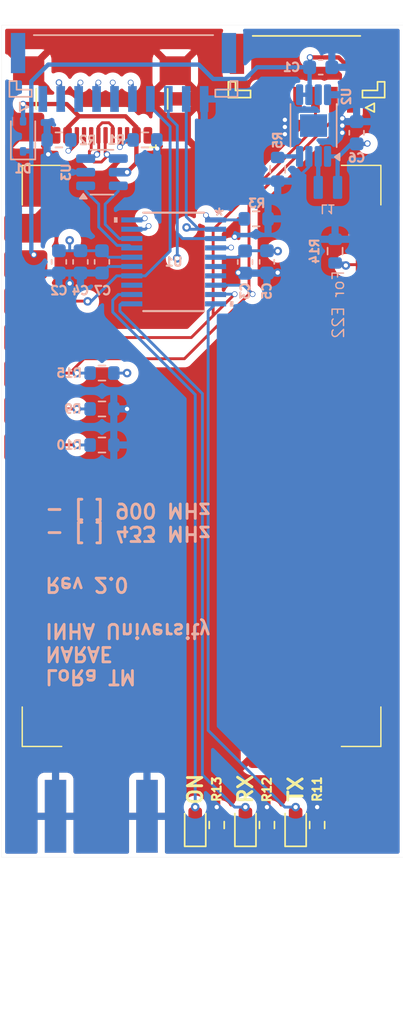
<source format=kicad_pcb>
(kicad_pcb (version 20241229) (generator "pcbnew") (generator_version "9.0")
  (layers (0 "F.Cu" signal) (4 "In1.Cu" signal) (6 "In2.Cu" signal) (2 "B.Cu" signal) (13 "F.Paste" user) (15 "B.Paste" user) (5 "F.SilkS" user "F.Silkscreen") (7 "B.SilkS" user "B.Silkscreen") (1 "F.Mask" user) (3 "B.Mask" user) (25 "Edge.Cuts" user))
  (net 0 "")
  (net 1 "GND")
  (net 2 "+3.3V")
  (net 4 "+5V")
  (net 5 "VBUS")
  (net 6 "Net-(D2-K)")
  (net 7 "/LED_TX")
  (net 8 "/LED_RX")
  (net 9 "Net-(D3-K)")
  (net 10 "/LED_ON")
  (net 11 "Net-(D4-K)")
  (net 13 "/USB_CONN_D+")
  (net 14 "/USB_CONN_D-")
  (net 15 "Net-(J2-CC1)")
  (net 16 "Net-(J2-CC2)")
  (net 17 "/NRST")
  (net 18 "/SWCLK")
  (net 19 "Net-(J3-In)")
  (net 20 "/BOOT0")
  (net 21 "/SWDIO")
  (net 22 "/USB_D+")
  (net 23 "/LoRa_M1")
  (net 24 "/LoRa_M0")
  (net 25 "/LoRa_RX")
  (net 26 "/LoRa_TX")
  (net 27 "/USB_D-")
  (net 28 "/LoRa_AUX")
  (net 29 "Net-(U2-SW)")
  (net 36 "Net-(U2-VSET)")
  (net 37 "Net-(R14-Pad2)")
  (footprint "LED_SMD:LED_0603_1608Metric" (layer "F.Cu") (at 103.058 125.726 90)
    (property "Reference" "D3" (hide yes))
    (property "Value" "Red" (hide yes))
    (pad "1" smd roundrect (at -0.7875 0 90) (size 0.875 0.95) (layers "F.Cu" "F.Mask" "F.Paste") (net 9 "Net-(D3-K)"))
    (pad "2" smd roundrect (at 0.7875 0 90) (size 0.875 0.95) (layers "F.Cu" "F.Mask" "F.Paste") (net 8 "/LED_RX"))
  )
  (footprint "JST_GH:JST_GH_SM06B-GHS-TB_06x1.25mm_Angled" (layer "F.Cu") (at 107.316 73.576 180)
    (property "Reference" "J5" (hide yes))
    (property "Value" "GH 1.25mm 6P" (hide yes))
    (pad "" smd rect (at -4.85 1.6 180) (size 1 2.8) (layers "F.Cu" "F.Mask" "F.Paste"))
    (pad "" smd rect (at 4.85 1.6 180) (size 1 2.8) (layers "F.Cu" "F.Mask" "F.Paste"))
    (pad "1" smd rect (at -3.125 -1.6 180) (size 0.6 1.8) (layers "F.Cu" "F.Mask" "F.Paste") (net 4 "+5V"))
    (pad "2" smd rect (at -1.875 -1.6 180) (size 0.6 1.8) (layers "F.Cu" "F.Mask" "F.Paste") (net 25 "/LoRa_RX"))
    (pad "3" smd rect (at -0.625 -1.6 180) (size 0.6 1.8) (layers "F.Cu" "F.Mask" "F.Paste") (net 26 "/LoRa_TX"))
    (pad "4" smd rect (at 0.625 -1.6 180) (size 0.6 1.8) (layers "F.Cu" "F.Mask" "F.Paste"))
    (pad "5" smd rect (at 1.875 -1.6 180) (size 0.6 1.8) (layers "F.Cu" "F.Mask" "F.Paste"))
    (pad "6" smd rect (at 3.125 -1.6 180) (size 0.6 1.8) (layers "F.Cu" "F.Mask" "F.Paste") (net 1 "GND"))
  )
  (footprint "Resistor_SMD:R_0603_1608Metric" (layer "F.Cu") (at 104.558 125.726 90)
    (property "Reference" "R12" (at 2.476 0 90) (layer "F.SilkS") (effects (font (size 0.6 0.6))))
    (property "Value" "120" (hide yes))
    (pad "1" smd roundrect (at -0.825 0 90) (size 0.8 0.95) (layers "F.Cu" "F.Mask" "F.Paste") (net 9 "Net-(D3-K)"))
    (pad "2" smd roundrect (at 0.825 0 90) (size 0.8 0.95) (layers "F.Cu" "F.Mask" "F.Paste") (net 1 "GND"))
  )
  (footprint "Resistor_SMD:R_0603_1608Metric" (layer "F.Cu") (at 108.058 125.726 90)
    (property "Reference" "R11" (at 2.5 0 90) (layer "F.SilkS") (effects (font (size 0.6 0.6))))
    (property "Value" "120" (hide yes))
    (pad "1" smd roundrect (at -0.825 0 90) (size 0.8 0.95) (layers "F.Cu" "F.Mask" "F.Paste") (net 6 "Net-(D2-K)"))
    (pad "2" smd roundrect (at 0.825 0 90) (size 0.8 0.95) (layers "F.Cu" "F.Mask" "F.Paste") (net 1 "GND"))
  )
  (footprint "LED_SMD:LED_0603_1608Metric" (layer "F.Cu") (at 99.558 125.726 90)
    (property "Reference" "D4" (hide yes))
    (property "Value" "Red" (hide yes))
    (pad "1" smd roundrect (at -0.7875 0 90) (size 0.875 0.95) (layers "F.Cu" "F.Mask" "F.Paste") (net 11 "Net-(D4-K)"))
    (pad "2" smd roundrect (at 0.7875 0 90) (size 0.875 0.95) (layers "F.Cu" "F.Mask" "F.Paste") (net 10 "/LED_ON"))
  )
  (footprint "LED_SMD:LED_0603_1608Metric" (layer "F.Cu") (at 106.558 125.726 90)
    (property "Reference" "D2" (hide yes))
    (property "Value" "Red" (hide yes))
    (pad "1" smd roundrect (at -0.7875 0 90) (size 0.875 0.95) (layers "F.Cu" "F.Mask" "F.Paste") (net 6 "Net-(D2-K)"))
    (pad "2" smd roundrect (at 0.7875 0 90) (size 0.875 0.95) (layers "F.Cu" "F.Mask" "F.Paste") (net 7 "/LED_TX"))
  )
  (footprint "SMA:SMA_EdgeMount" (layer "F.Cu") (at 92.946 125.1175 -90)
    (property "Reference" "J3" (hide yes))
    (property "Value" "SMA" (hide yes))
    (pad "1" smd rect (at 0 0) (size 1.5 5.08) (layers "F.Cu" "F.Mask" "F.Paste") (net 19 "Net-(J3-In)"))
    (pad "2" smd rect (at 0 -3.25) (size 1.5 5.08) (layers "F.Cu" "F.Mask" "F.Paste") (net 1 "GND"))
    (pad "2" smd rect (at 0 -3.25) (size 1.5 5.08) (layers "B.Cu" "B.Mask" "B.Paste") (net 1 "GND"))
    (pad "2" smd rect (at 0 3.125) (size 1.5 5.08) (layers "F.Cu" "F.Mask" "F.Paste") (net 1 "GND"))
    (pad "2" smd rect (at 0 3.125) (size 1.5 5.08) (layers "B.Cu" "B.Mask" "B.Paste") (net 1 "GND"))
  )
  (footprint "Resistor_SMD:R_0603_1608Metric" (layer "F.Cu") (at 101.058 125.726 90)
    (property "Reference" "R13" (at 2.5 0 90) (layer "F.SilkS") (effects (font (size 0.6 0.6))))
    (property "Value" "120" (hide yes))
    (pad "1" smd roundrect (at -0.825 0 90) (size 0.8 0.95) (layers "F.Cu" "F.Mask" "F.Paste") (net 11 "Net-(D4-K)"))
    (pad "2" smd roundrect (at 0.825 0 90) (size 0.8 0.95) (layers "F.Cu" "F.Mask" "F.Paste") (net 1 "GND"))
  )
  (footprint "Connector_USB:USB_C_Receptacle_GCT_USB4110" (layer "F.Cu") (at 93.058 73.976 180)
    (property "Reference" "J2" (hide yes))
    (property "Value" "USB_C_USB2.0_14P" (hide yes))
    (pad "" np_thru_hole circle (at -2.89 -2.605 180) (size 0.65 0.65) (drill 0.65) (layers "F&B.Cu" "*.Mask") (clearance 0.1))
    (pad "" np_thru_hole circle (at 2.89 -2.605 180) (size 0.65 0.65) (drill 0.65) (layers "F&B.Cu" "*.Mask") (clearance 0.1))
    (pad "A1" smd roundrect (at -3.2 -3.68 180) (size 0.6 1.15) (layers "F.Cu" "F.Mask" "F.Paste") (net 1 "GND"))
    (pad "A4" smd roundrect (at -2.4 -3.68 180) (size 0.6 1.15) (layers "F.Cu" "F.Mask" "F.Paste") (net 5 "VBUS"))
    (pad "A5" smd roundrect (at -1.25 -3.68 180) (size 0.3 1.15) (layers "F.Cu" "F.Mask" "F.Paste") (net 15 "Net-(J2-CC1)"))
    (pad "A6" smd roundrect (at -0.25 -3.68 180) (size 0.3 1.15) (layers "F.Cu" "F.Mask" "F.Paste") (net 13 "/USB_CONN_D+"))
    (pad "A7" smd roundrect (at 0.25 -3.68 180) (size 0.3 1.15) (layers "F.Cu" "F.Mask" "F.Paste") (net 14 "/USB_CONN_D-"))
    (pad "A8" smd roundrect (at 1.25 -3.68 180) (size 0.3 1.15) (layers "F.Cu" "F.Mask" "F.Paste"))
    (pad "A9" smd roundrect (at 2.4 -3.68 180) (size 0.6 1.15) (layers "F.Cu" "F.Mask" "F.Paste") (net 5 "VBUS"))
    (pad "A12" smd roundrect (at 3.2 -3.68 180) (size 0.6 1.15) (layers "F.Cu" "F.Mask" "F.Paste") (net 1 "GND"))
    (pad "B1" smd roundrect (at 3.2 -3.68 180) (size 0.6 1.15) (layers "F.Cu" "F.Mask" "F.Paste") (net 1 "GND"))
    (pad "B4" smd roundrect (at 2.4 -3.68 180) (size 0.6 1.15) (layers "F.Cu" "F.Mask" "F.Paste") (net 5 "VBUS"))
    (pad "B5" smd roundrect (at 1.75 -3.68 180) (size 0.3 1.15) (layers "F.Cu" "F.Mask" "F.Paste") (net 16 "Net-(J2-CC2)"))
    (pad "B6" smd roundrect (at 0.75 -3.68 180) (size 0.3 1.15) (layers "F.Cu" "F.Mask" "F.Paste") (net 13 "/USB_CONN_D+"))
    (pad "B7" smd roundrect (at -0.75 -3.68 180) (size 0.3 1.15) (layers "F.Cu" "F.Mask" "F.Paste") (net 14 "/USB_CONN_D-"))
    (pad "B8" smd roundrect (at -1.75 -3.68 180) (size 0.3 1.15) (layers "F.Cu" "F.Mask" "F.Paste"))
    (pad "B9" smd roundrect (at -2.4 -3.68 180) (size 0.6 1.15) (layers "F.Cu" "F.Mask" "F.Paste") (net 5 "VBUS"))
    (pad "B12" smd roundrect (at -3.2 -3.68 180) (size 0.6 1.15) (layers "F.Cu" "F.Mask" "F.Paste") (net 1 "GND"))
    (pad "S1" smd roundrect (at -5.11 -3.105 180) (size 2.18 2) (layers "F.Cu" "F.Mask" "F.Paste") (roundrect_rratio 0.125) (net 1 "GND"))
    (pad "S1" smd roundrect (at -5.11 0.825 180) (size 2.18 2) (layers "F.Cu" "F.Mask" "F.Paste") (roundrect_rratio 0.125) (net 1 "GND"))
    (pad "S1" smd roundrect (at 5.11 -3.105 180) (size 2.18 2) (layers "F.Cu" "F.Mask" "F.Paste") (roundrect_rratio 0.125) (net 1 "GND"))
    (pad "S1" smd roundrect (at 5.11 0.825 180) (size 2.18 2) (layers "F.Cu" "F.Mask" "F.Paste") (roundrect_rratio 0.125) (net 1 "GND"))
  )
  (footprint "E32-XXXT33S:E22-XXXT33S" (layer "F.Cu") (at 100 100)
    (property "Reference" "U4" (hide yes))
    (property "Value" "E22-900T33S" (hide yes))
    (pad "1" smd roundrect (at -12.25 -15.87) (size 3 2) (layers "F.Cu" "F.Mask" "F.Paste") (roundrect_rratio 0.15) (net 1 "GND"))
    (pad "2" smd roundrect (at -12.25 -13.33) (size 3 2) (layers "F.Cu" "F.Mask" "F.Paste") (roundrect_rratio 0.15) (net 4 "+5V"))
    (pad "3" smd roundrect (at -12.25 -10.79) (size 3 2) (layers "F.Cu" "F.Mask" "F.Paste") (roundrect_rratio 0.15) (net 28 "/LoRa_AUX"))
    (pad "4" smd roundrect (at -12.25 -8.25) (size 3 2) (layers "F.Cu" "F.Mask" "F.Paste") (roundrect_rratio 0.15) (net 26 "/LoRa_TX"))
    (pad "5" smd roundrect (at -12.25 -5.71) (size 3 2) (layers "F.Cu" "F.Mask" "F.Paste") (roundrect_rratio 0.15) (net 25 "/LoRa_RX"))
    (pad "6" smd roundrect (at -12.25 -3.17) (size 3 2) (layers "F.Cu" "F.Mask" "F.Paste") (roundrect_rratio 0.15) (net 23 "/LoRa_M1"))
    (pad "7" smd roundrect (at -12.25 -0.63) (size 3 2) (layers "F.Cu" "F.Mask" "F.Paste") (roundrect_rratio 0.15) (net 24 "/LoRa_M0"))
    (pad "11" smd roundrect (at -6.77 20.25 90) (size 3 2) (layers "F.Cu" "F.Mask" "F.Paste") (roundrect_rratio 0.15) (net 19 "Net-(J3-In)"))
    (pad "12" smd roundrect (at -4.23 20.25 90) (size 3 2) (layers "F.Cu" "F.Mask" "F.Paste") (roundrect_rratio 0.15) (net 1 "GND"))
    (pad "13" smd roundrect (at 4.23 20.25 90) (size 3 2) (layers "F.Cu" "F.Mask" "F.Paste") (roundrect_rratio 0.15) (net 1 "GND"))
    (pad "14" smd roundrect (at 6.77 20.25 90) (size 3 2) (layers "F.Cu" "F.Mask" "F.Paste") (roundrect_rratio 0.15) (net 1 "GND"))
    (pad "18" smd roundrect (at 12.25 -0.63) (size 3 2) (layers "F.Cu" "F.Mask" "F.Paste") (roundrect_rratio 0.15))
    (pad "19" smd roundrect (at 12.25 -3.17) (size 3 2) (layers "F.Cu" "F.Mask" "F.Paste") (roundrect_rratio 0.15))
    (pad "20" smd roundrect (at 12.25 -5.71) (size 3 2) (layers "F.Cu" "F.Mask" "F.Paste") (roundrect_rratio 0.15))
    (pad "21" smd roundrect (at 12.25 -8.25) (size 3 2) (layers "F.Cu" "F.Mask" "F.Paste") (roundrect_rratio 0.15))
    (pad "22" smd roundrect (at 12.25 -10.79) (size 3 2) (layers "F.Cu" "F.Mask" "F.Paste") (roundrect_rratio 0.15))
    (pad "23" smd roundrect (at 12.25 -13.33) (size 3 2) (layers "F.Cu" "F.Mask" "F.Paste") (roundrect_rratio 0.15) (net 37 "Net-(R14-Pad2)"))
    (pad "24" smd roundrect (at 12.25 -15.87) (size 3 2) (layers "F.Cu" "F.Mask" "F.Paste") (roundrect_rratio 0.15))
  )
  (footprint "Capacitor_SMD:C_0603_1608Metric" (layer "B.Cu") (at 108.308 72.912)
    (property "Reference" "C1" (at -2.032 0 0) (layer "B.SilkS") (effects (font (size 0.6 0.6)) (justify mirror)))
    (property "Value" "4.7uF" (hide yes))
    (pad "1" smd roundrect (at -0.775 0) (size 0.9 0.95) (layers "B.Cu" "B.Mask" "B.Paste") (net 4 "+5V"))
    (pad "2" smd roundrect (at 0.775 0) (size 0.9 0.95) (layers "B.Cu" "B.Mask" "B.Paste") (net 1 "GND"))
  )
  (footprint "Capacitor_SMD:C_0603_1608Metric" (layer "B.Cu") (at 104.558 86.476 -90)
    (property "Reference" "C5" (at 2.032 0 90) (layer "B.SilkS") (effects (font (size 0.6 0.6)) (justify mirror)))
    (property "Value" "1uF" (hide yes))
    (pad "1" smd roundrect (at -0.775 0 270) (size 0.9 0.95) (layers "B.Cu" "B.Mask" "B.Paste") (net 2 "+3.3V"))
    (pad "2" smd roundrect (at 0.775 0 270) (size 0.9 0.95) (layers "B.Cu" "B.Mask" "B.Paste") (net 1 "GND"))
  )
  (footprint "Resistor_SMD:R_0603_1608Metric" (layer "B.Cu") (at 96.058 77.976)
    (property "Reference" "R1" (at -2 0 0) (layer "B.SilkS") (effects (font (size 0.6 0.6)) (justify mirror)))
    (property "Value" "5k1" (hide yes))
    (pad "1" smd roundrect (at -0.825 0) (size 0.8 0.95) (layers "B.Cu" "B.Mask" "B.Paste") (net 15 "Net-(J2-CC1)"))
    (pad "2" smd roundrect (at 0.825 0) (size 0.8 0.95) (layers "B.Cu" "B.Mask" "B.Paste") (net 1 "GND"))
  )
  (footprint "Capacitor_SMD:C_0603_1608Metric" (layer "B.Cu") (at 110.808 77.476 90)
    (property "Reference" "C6" (at -1.75 0 180) (layer "B.SilkS") (effects (font (size 0.6 0.6)) (justify mirror)))
    (property "Value" "10uF" (hide yes))
    (pad "1" smd roundrect (at -0.775 0 90) (size 0.9 0.95) (layers "B.Cu" "B.Mask" "B.Paste") (net 2 "+3.3V"))
    (pad "2" smd roundrect (at 0.775 0 90) (size 0.9 0.95) (layers "B.Cu" "B.Mask" "B.Paste") (net 1 "GND"))
  )
  (footprint "Resistor_SMD:R_0603_1608Metric" (layer "B.Cu") (at 105.308 80.024 90)
    (property "Reference" "R5" (at 2.032 0 90) (layer "B.SilkS") (effects (font (size 0.6 0.6)) (justify mirror)))
    (property "Value" "52k3" (hide yes))
    (pad "1" smd roundrect (at -0.825 0 90) (size 0.8 0.95) (layers "B.Cu" "B.Mask" "B.Paste") (net 1 "GND"))
    (pad "2" smd roundrect (at 0.825 0 90) (size 0.8 0.95) (layers "B.Cu" "B.Mask" "B.Paste") (net 36 "Net-(U2-VSET)"))
  )
  (footprint "Capacitor_SMD:C_0603_1608Metric" (layer "B.Cu") (at 93.058 86.476 -90)
    (property "Reference" "C7" (at 2 -0.045801 0) (layer "B.SilkS") (effects (font (size 0.6 0.6)) (justify mirror)))
    (property "Value" "4.7uF" (hide yes))
    (pad "1" smd roundrect (at -0.775 0 270) (size 0.9 0.95) (layers "B.Cu" "B.Mask" "B.Paste") (net 2 "+3.3V"))
    (pad "2" smd roundrect (at 0.775 0 270) (size 0.9 0.95) (layers "B.Cu" "B.Mask" "B.Paste") (net 1 "GND"))
  )
  (footprint "JST_GH:JST_GH_SM10B-GHS-TB_10x1.25mm_Angled" (layer "B.Cu") (at 94.558 73.522)
    (property "Reference" "J1" (hide yes))
    (property "Value" "GH 1.25mm 10P")
    (pad "" smd rect (at -7.35 -1.6) (size 1 2.8) (layers "B.Cu" "B.Mask" "B.Paste"))
    (pad "" smd rect (at 7.35 -1.6) (size 1 2.8) (layers "B.Cu" "B.Mask" "B.Paste"))
    (pad "1" smd rect (at -5.625 1.6) (size 0.6 1.8) (layers "B.Cu" "B.Mask" "B.Paste"))
    (pad "2" smd rect (at -4.375 1.6) (size 0.6 1.8) (layers "B.Cu" "B.Mask" "B.Paste") (net 2 "+3.3V"))
    (pad "3" smd rect (at -3.125 1.6) (size 0.6 1.8) (layers "B.Cu" "B.Mask" "B.Paste") (net 21 "/SWDIO"))
    (pad "4" smd rect (at -1.875 1.6) (size 0.6 1.8) (layers "B.Cu" "B.Mask" "B.Paste") (net 18 "/SWCLK"))
    (pad "5" smd rect (at -0.625 1.6) (size 0.6 1.8) (layers "B.Cu" "B.Mask" "B.Paste") (net 17 "/NRST"))
    (pad "6" smd rect (at 0.625 1.6) (size 0.6 1.8) (layers "B.Cu" "B.Mask" "B.Paste") (net 20 "/BOOT0"))
    (pad "7" smd rect (at 1.875 1.6) (size 0.6 1.8) (layers "B.Cu" "B.Mask" "B.Paste") (net 28 "/LoRa_AUX"))
    (pad "8" smd rect (at 3.125 1.6) (size 0.6 1.8) (layers "B.Cu" "B.Mask" "B.Paste") (net 23 "/LoRa_M1"))
    (pad "9" smd rect (at 4.375 1.6) (size 0.6 1.8) (layers "B.Cu" "B.Mask" "B.Paste") (net 24 "/LoRa_M0"))
    (pad "10" smd rect (at 5.625 1.6) (size 0.6 1.8) (layers "B.Cu" "B.Mask" "B.Paste") (net 1 "GND"))
  )
  (footprint "Resistor_SMD:R_0603_1608Metric" (layer "B.Cu") (at 90.058 77.976 180)
    (property "Reference" "R2" (at -2 -0.03 0) (layer "B.SilkS") (effects (font (size 0.6 0.6)) (justify mirror)))
    (property "Value" "5k1" (hide yes))
    (pad "1" smd roundrect (at -0.825 0 180) (size 0.8 0.95) (layers "B.Cu" "B.Mask" "B.Paste") (net 16 "Net-(J2-CC2)"))
    (pad "2" smd roundrect (at 0.825 0 180) (size 0.8 0.95) (layers "B.Cu" "B.Mask" "B.Paste") (net 1 "GND"))
  )
  (footprint "Capacitor_SMD:C_0603_1608Metric" (layer "B.Cu") (at 91.558 86.476 -90)
    (property "Reference" "C4" (at 2 0 0) (layer "B.SilkS") (effects (font (size 0.6 0.6)) (justify mirror)))
    (property "Value" "100nF" (hide yes))
    (pad "1" smd roundrect (at -0.775 0 270) (size 0.9 0.95) (layers "B.Cu" "B.Mask" "B.Paste") (net 2 "+3.3V"))
    (pad "2" smd roundrect (at 0.775 0 270) (size 0.9 0.95) (layers "B.Cu" "B.Mask" "B.Paste") (net 1 "GND"))
  )
  (footprint "Resistor_SMD:R_0603_1608Metric" (layer "B.Cu") (at 109.308 85.726 -90)
    (property "Reference" "R14" (at 0 1.43 90) (layer "B.SilkS") (effects (font (size 0.6 0.6)) (justify mirror)))
    (property "Value" "0" (hide yes))
    (pad "1" smd roundrect (at -0.825 0 270) (size 0.8 0.95) (layers "B.Cu" "B.Mask" "B.Paste") (net 1 "GND"))
    (pad "2" smd roundrect (at 0.825 0 270) (size 0.8 0.95) (layers "B.Cu" "B.Mask" "B.Paste") (net 37 "Net-(R14-Pad2)"))
  )
  (footprint "Capacitor_SMD:C_0603_1608Metric" (layer "B.Cu") (at 103.034 86.489 -90)
    (property "Reference" "C3" (at 2.019 0 90) (layer "B.SilkS") (effects (font (size 0.6 0.6)) (justify mirror)))
    (property "Value" "10nF" (hide yes))
    (pad "1" smd roundrect (at -0.775 0 270) (size 0.9 0.95) (layers "B.Cu" "B.Mask" "B.Paste") (net 2 "+3.3V"))
    (pad "2" smd roundrect (at 0.775 0 270) (size 0.9 0.95) (layers "B.Cu" "B.Mask" "B.Paste") (net 1 "GND"))
  )
  (footprint "Package_SO:HVSSOP-8-1EP_3x3mm_P0.65mm_EP1.57x1.89mm" (layer "B.Cu") (at 107.808 76.976 90)
    (property "Reference" "U2" (at 2.032 2.286 90) (layer "B.SilkS") (effects (font (size 0.6 0.6)) (justify mirror)))
    (property "Value" "TPS62842DGR")
    (pad "1" smd roundrect (at -2.15 0.975 90) (size 1.45 0.5) (layers "B.Cu" "B.Mask" "B.Paste") (net 2 "+3.3V"))
    (pad "2" smd roundrect (at -2.15 0.325 90) (size 1.45 0.5) (layers "B.Cu" "B.Mask" "B.Paste") (net 29 "Net-(U2-SW)"))
    (pad "3" smd roundrect (at -2.15 -0.325 90) (size 1.45 0.5) (layers "B.Cu" "B.Mask" "B.Paste") (net 1 "GND"))
    (pad "4" smd roundrect (at -2.15 -0.975 90) (size 1.45 0.5) (layers "B.Cu" "B.Mask" "B.Paste") (net 36 "Net-(U2-VSET)"))
    (pad "5" smd roundrect (at 2.15 -0.975 90) (size 1.45 0.5) (layers "B.Cu" "B.Mask" "B.Paste") (net 4 "+5V"))
    (pad "6" smd roundrect (at 2.15 -0.325 90) (size 1.45 0.5) (layers "B.Cu" "B.Mask" "B.Paste") (net 4 "+5V"))
    (pad "7" smd roundrect (at 2.15 0.325 90) (size 1.45 0.5) (layers "B.Cu" "B.Mask" "B.Paste"))
    (pad "8" smd roundrect (at 2.15 0.975 90) (size 1.45 0.5) (layers "B.Cu" "B.Mask" "B.Paste") (net 1 "GND"))
    (pad "9" smd rect (at 0 0 90) (size 1.57 1.89) (property pad_prop_heatsink) (layers "B.Cu" "B.Mask"))
  )
  (footprint "STM32F042F4P6TR:TSSOP20" (layer "B.Cu") (at 98.058 86.476 180)
    (property "Reference" "U1" (at 0 0 0) (layer "B.SilkS") (effects (font (size 0.6 0.6)) (justify mirror)))
    (property "Value" "STM32F042F4P6TR")
    (fp_text user "*" (at -3.175 3.175 0) (layer "B.SilkS") (effects (justify mirror)))
    (pad "1" smd rect (at -2.921 2.925 180) (size 1.4732 0.3556) (layers "B.Cu" "B.Mask" "B.Paste") (net 20 "/BOOT0"))
    (pad "2" smd rect (at -2.921 2.274999 180) (size 1.4732 0.3556) (layers "B.Cu" "B.Mask" "B.Paste") (net 24 "/LoRa_M0"))
    (pad "3" smd rect (at -2.921 1.625001 180) (size 1.4732 0.3556) (layers "B.Cu" "B.Mask" "B.Paste") (net 23 "/LoRa_M1"))
    (pad "4" smd rect (at -2.921 0.974999 180) (size 1.4732 0.3556) (layers "B.Cu" "B.Mask" "B.Paste") (net 17 "/NRST"))
    (pad "5" smd rect (at -2.921 0.325001 180) (size 1.4732 0.3556) (layers "B.Cu" "B.Mask" "B.Paste") (net 2 "+3.3V"))
    (pad "6" smd rect (at -2.921 -0.324998 180) (size 1.4732 0.3556) (layers "B.Cu" "B.Mask" "B.Paste"))
    (pad "7" smd rect (at -2.921 -0.974999 180) (size 1.4732 0.3556) (layers "B.Cu" "B.Mask" "B.Paste"))
    (pad "8" smd rect (at -2.921 -1.624998 180) (size 1.4732 0.3556) (layers "B.Cu" "B.Mask" "B.Paste") (net 25 "/LoRa_RX"))
    (pad "9" smd rect (at -2.921 -2.274999 180) (size 1.4732 0.3556) (layers "B.Cu" "B.Mask" "B.Paste") (net 26 "/LoRa_TX"))
    (pad "10" smd rect (at -2.921 -2.924998 180) (size 1.4732 0.3556) (layers "B.Cu" "B.Mask" "B.Paste") (net 7 "/LED_TX"))
    (pad "11" smd rect (at 2.921 -2.925 180) (size 1.4732 0.3556) (layers "B.Cu" "B.Mask" "B.Paste") (net 8 "/LED_RX"))
    (pad "12" smd rect (at 2.921 -2.275002 180) (size 1.4732 0.3556) (layers "B.Cu" "B.Mask" "B.Paste") (net 10 "/LED_ON"))
    (pad "13" smd rect (at 2.921 -1.625001 180) (size 1.4732 0.3556) (layers "B.Cu" "B.Mask" "B.Paste"))
    (pad "14" smd rect (at 2.921 -0.975002 180) (size 1.4732 0.3556) (layers "B.Cu" "B.Mask" "B.Paste") (net 28 "/LoRa_AUX"))
    (pad "15" smd rect (at 2.921 -0.325001 180) (size 1.4732 0.3556) (layers "B.Cu" "B.Mask" "B.Paste") (net 1 "GND"))
    (pad "16" smd rect (at 2.921 0.324998 180) (size 1.4732 0.3556) (layers "B.Cu" "B.Mask" "B.Paste") (net 2 "+3.3V"))
    (pad "17" smd rect (at 2.921 0.974999 180) (size 1.4732 0.3556) (layers "B.Cu" "B.Mask" "B.Paste") (net 27 "/USB_D-"))
    (pad "18" smd rect (at 2.921 1.624998 180) (size 1.4732 0.3556) (layers "B.Cu" "B.Mask" "B.Paste") (net 22 "/USB_D+"))
    (pad "19" smd rect (at 2.921 2.274999 180) (size 1.4732 0.3556) (layers "B.Cu" "B.Mask" "B.Paste") (net 21 "/SWDIO"))
    (pad "20" smd rect (at 2.921 2.924998 180) (size 1.4732 0.3556) (layers "B.Cu" "B.Mask" "B.Paste") (net 18 "/SWCLK"))
  )
  (footprint "Resistor_SMD:R_0603_1608Metric" (layer "B.Cu") (at 93.058 99.238)
    (property "Reference" "R10" (at -2.286 0 0) (layer "B.SilkS") (effects (font (size 0.6 0.6)) (justify mirror)))
    (property "Value" "10k" (hide yes))
    (pad "1" smd roundrect (at -0.825 0) (size 0.8 0.95) (layers "B.Cu" "B.Mask" "B.Paste") (net 24 "/LoRa_M0"))
    (pad "2" smd roundrect (at 0.825 0) (size 0.8 0.95) (layers "B.Cu" "B.Mask" "B.Paste") (net 1 "GND"))
  )
  (footprint "Resistor_SMD:R_0603_1608Metric" (layer "B.Cu") (at 93.058 96.726)
    (property "Reference" "R9" (at -2.032 0 0) (layer "B.SilkS") (effects (font (size 0.6 0.6)) (justify mirror)))
    (property "Value" "10k" (hide yes))
    (pad "1" smd roundrect (at -0.825 0) (size 0.8 0.95) (layers "B.Cu" "B.Mask" "B.Paste") (net 23 "/LoRa_M1"))
    (pad "2" smd roundrect (at 0.825 0) (size 0.8 0.95) (layers "B.Cu" "B.Mask" "B.Paste") (net 1 "GND"))
  )
  (footprint "Package_TO_SOT_SMD:SOT-23-6" (layer "B.Cu") (at 93.058 80.226)
    (property "Reference" "U3" (at -2.5 0 90) (layer "B.SilkS") (effects (font (size 0.6 0.6)) (justify mirror)))
    (property "Value" "USBLC6-2SC6")
    (pad "1" smd roundrect (at -1.1375 0.95) (size 1.325 0.6) (layers "B.Cu" "B.Mask" "B.Paste") (net 27 "/USB_D-"))
    (pad "2" smd roundrect (at -1.1375 0) (size 1.325 0.6) (layers "B.Cu" "B.Mask" "B.Paste") (net 1 "GND"))
    (pad "3" smd roundrect (at -1.1375 -0.95) (size 1.325 0.6) (layers "B.Cu" "B.Mask" "B.Paste") (net 14 "/USB_CONN_D-"))
    (pad "4" smd roundrect (at 1.1375 -0.95) (size 1.325 0.6) (layers "B.Cu" "B.Mask" "B.Paste") (net 13 "/USB_CONN_D+"))
    (pad "5" smd roundrect (at 1.1375 0) (size 1.325 0.6) (layers "B.Cu" "B.Mask" "B.Paste") (net 5 "VBUS"))
    (pad "6" smd roundrect (at 1.1375 0.95) (size 1.325 0.6) (layers "B.Cu" "B.Mask" "B.Paste") (net 22 "/USB_D+"))
  )
  (footprint "Resistor_SMD:R_0603_1608Metric" (layer "B.Cu") (at 103.808 83.476 180)
    (property "Reference" "R3" (at -0.039 1.083 0) (layer "B.SilkS") (effects (font (size 0.6 0.6)) (justify mirror)))
    (property "Value" "10k" (hide yes))
    (pad "1" smd roundrect (at -0.825 0 180) (size 0.8 0.95) (layers "B.Cu" "B.Mask" "B.Paste") (net 1 "GND"))
    (pad "2" smd roundrect (at 0.825 0 180) (size 0.8 0.95) (layers "B.Cu" "B.Mask" "B.Paste") (net 20 "/BOOT0"))
  )
  (footprint "Resistor_SMD:R_0603_1608Metric" (layer "B.Cu") (at 93.058 94.226 180)
    (property "Reference" "R15" (at 2.286 0 0) (layer "B.SilkS") (effects (font (size 0.6 0.6)) (justify mirror)))
    (property "Value" "10k" (hide yes))
    (pad "1" smd roundrect (at -0.825 0 180) (size 0.8 0.95) (layers "B.Cu" "B.Mask" "B.Paste") (net 2 "+3.3V"))
    (pad "2" smd roundrect (at 0.825 0 180) (size 0.8 0.95) (layers "B.Cu" "B.Mask" "B.Paste") (net 25 "/LoRa_RX"))
  )
  (footprint "Diode_SMD:D_SOD-323" (layer "B.Cu") (at 87.558 77.726 90)
    (property "Reference" "D1" (at -2.25 0 0) (layer "B.SilkS") (effects (font (size 0.6 0.6)) (justify mirror)))
    (property "Value" "B5819W" (hide yes))
    (pad "1" smd roundrect (at -1.05 0 90) (size 0.6 0.45) (layers "B.Cu" "B.Mask" "B.Paste") (net 4 "+5V"))
    (pad "2" smd roundrect (at 1.05 0 90) (size 0.6 0.45) (layers "B.Cu" "B.Mask" "B.Paste") (net 5 "VBUS"))
  )
  (footprint "VLS201610ET-2R2M:VLS201610ET-2R2M" (layer "B.Cu") (at 108.808 81.286)
    (property "Reference" "L1" (at 0 1.5 180) (layer "B.SilkS") (effects (font (size 0.6 0.6) (thickness 0.1)) (justify mirror)))
    (property "Value" "2.2u")
    (pad "1" smd roundrect (at -0.675 0) (size 0.65 1.6) (layers "B.Cu" "B.Mask" "B.Paste") (roundrect_rratio 0.15) (net 29 "Net-(U2-SW)"))
    (pad "2" smd roundrect (at 0.675 0) (size 0.65 1.6) (layers "B.Cu" "B.Mask" "B.Paste") (roundrect_rratio 0.15) (net 2 "+3.3V"))
  )
  (footprint "Capacitor_SMD:C_0603_1608Metric" (layer "B.Cu") (at 90.058 86.476 -90)
    (property "Reference" "C2" (at 2 0 0) (layer "B.SilkS") (effects (font (size 0.6 0.6)) (justify mirror)))
    (property "Value" "100nF" (hide yes))
    (pad "1" smd roundrect (at -0.775 0 270) (size 0.9 0.95) (layers "B.Cu" "B.Mask" "B.Paste") (net 2 "+3.3V"))
    (pad "2" smd roundrect (at 0.775 0 270) (size 0.9 0.95) (layers "B.Cu" "B.Mask" "B.Paste") (net 1 "GND"))
  )
  (gr_rect (start 86.058 69.976) (end 114.058 127.976) (stroke (width 0.01)) (fill no) (layer "Edge.Cuts"))
  (gr_text "RX" (at 103.058 123.226 90) (layer "F.SilkS") (effects (font (size 1 1) (thickness 0.2) (bold yes))))
  (gr_text "TX" (at 106.558 123.226 90) (layer "F.SilkS") (effects (font (size 1 1) (thickness 0.2) (bold yes))))
  (gr_text "ON" (at 99.558 123.226 90) (layer "F.SilkS") (effects (font (size 1 1) (thickness 0.2) (bold yes))))
  (gr_text "For E22" (at 110 87 90) (layer "B.SilkS") (effects (font (size 0.8 0.8) (thickness 0.1)) (justify left bottom mirror)))
  (gr_text "- [ ] 433 MHz\n- [ ] 900 MHz" (at 89 106 180) (layer "B.SilkS") (effects (font (size 1 1) (thickness 0.2) (bold yes)) (justify left top mirror)))
  (gr_text "LoRa TM\nNARAE\nINHA University\n\nRev 2.0" (at 89 116 180) (layer "B.SilkS") (effects (font (size 1 1) (thickness 0.2) (bold yes)) (justify left top mirror)))
  (segment (start 101.058 124.901) (end 101.058 124.476) (width 0.2) (layer "F.Cu") (net 1))
  (segment (start 108.058 124.901) (end 108.058 124.476) (width 0.2) (layer "F.Cu") (net 1))
  (segment (start 104.558 124.901) (end 104.558 124.476) (width 0.2) (layer "F.Cu") (net 1))
  (via (at 105.308 87.226) (size 0.6) (drill 0.3) (layers "F.Cu" "B.Cu") (net 1))
  (via (at 105.808 77.076) (size 0.45) (drill 0.3) (layers "F.Cu" "B.Cu") (net 1))
  (via (at 104.558 124.476) (size 0.6) (drill 0.3) (layers "F.Cu" "B.Cu") (net 1))
  (via (at 105.808 77.576) (size 0.45) (drill 0.3) (layers "F.Cu" "B.Cu") (net 1))
  (via (at 109.808 77.476) (size 0.45) (drill 0.3) (layers "F.Cu" "B.Cu") (net 1))
  (via (at 101.058 124.476) (size 0.6) (drill 0.3) (layers "F.Cu" "B.Cu") (net 1))
  (via (at 96.908 78.576) (size 0.4) (drill 0.3) (layers "F.Cu" "B.Cu") (net 1))
  (via (at 102.558 87.226) (size 0.45) (drill 0.3) (layers "F.Cu" "B.Cu") (net 1))
  (via (at 90.808 87.976) (size 0.6) (drill 0.3) (layers "F.Cu" "B.Cu") (net 1))
  (via (at 94.808 96.726) (size 0.6) (drill 0.3) (layers "F.Cu" "B.Cu") (net 1))
  (via (at 105.808 76.576) (size 0.45) (drill 0.3) (layers "F.Cu" "B.Cu") (net 1))
  (via (at 102.308 84.726) (size 0.45) (drill 0.3) (layers "F.Cu" "B.Cu") (net 1))
  (via (at 89.308 78.976) (size 0.6) (drill 0.3) (layers "F.Cu" "B.Cu") (net 1))
  (via (at 109.808 76.476) (size 0.45) (drill 0.3) (layers "F.Cu" "B.Cu") (net 1))
  (via (at 108.058 124.476) (size 0.6) (drill 0.3) (layers "F.Cu" "B.Cu") (net 1))
  (via (at 109.808 76.976) (size 0.45) (drill 0.3) (layers "F.Cu" "B.Cu") (net 1))
  (segment (start 95.137 86.801001) (end 93.507999 86.801001) (width 0.2) (layer "B.Cu") (net 1))
  (segment (start 103.034 87.264) (end 104.545 87.264) (width 0.2) (layer "B.Cu") (net 1))
  (segment (start 102.596 87.264) (end 102.558 87.226) (width 0.2) (layer "B.Cu") (net 1))
  (segment (start 96.883 78.551) (end 96.908 78.576) (width 0.2) (layer "B.Cu") (net 1))
  (segment (start 103.034 87.264) (end 102.596 87.264) (width 0.2) (layer "B.Cu") (net 1))
  (segment (start 105.283 87.251) (end 105.308 87.226) (width 0.2) (layer "B.Cu") (net 1))
  (segment (start 104.558 87.251) (end 105.283 87.251) (width 0.2) (layer "B.Cu") (net 1))
  (segment (start 96.883 77.976) (end 96.883 78.551) (width 0.2) (layer "B.Cu") (net 1))
  (segment (start 89.233 78.901) (end 89.308 78.976) (width 0.2) (layer "B.Cu") (net 1))
  (segment (start 90.808 87.251) (end 93.058 87.251) (width 0.2) (layer "B.Cu") (net 1))
  (segment (start 104.545 87.264) (end 104.558 87.251) (width 0.2) (layer "B.Cu") (net 1))
  (segment (start 89.233 77.976) (end 89.233 78.901) (width 0.2) (layer "B.Cu") (net 1))
  (segment (start 90.058 87.251) (end 90.808 87.251) (width 0.2) (layer "B.Cu") (net 1))
  (segment (start 106.484999 80.849) (end 107.483 79.850999) (width 0.2) (layer "B.Cu") (net 1))
  (segment (start 90.808 87.976) (end 90.808 87.251) (width 0.2) (layer "B.Cu") (net 1))
  (segment (start 105.308 80.849) (end 106.484999 80.849) (width 0.2) (layer "B.Cu") (net 1))
  (segment (start 107.483 79.850999) (end 107.483 79.126) (width 0.2) (layer "B.Cu") (net 1))
  (segment (start 93.883 96.726) (end 94.808 96.726) (width 0.2) (layer "B.Cu") (net 1))
  (segment (start 93.507999 86.801001) (end 93.058 87.251) (width 0.2) (layer "B.Cu") (net 1))
  (via (at 94.808 94.226) (size 0.6) (drill 0.3) (layers "F.Cu" "B.Cu") (net 2))
  (via (at 90.808 84.976) (size 0.6) (drill 0.3) (layers "F.Cu" "B.Cu") (net 2))
  (via (at 111.558 78.226) (size 0.45) (drill 0.3) (layers "F.Cu" "B.Cu") (net 2))
  (via (at 90.058 73.976) (size 0.45) (drill 0.3) (layers "F.Cu" "B.Cu") (net 2))
  (via (at 105.308 85.726) (size 0.6) (drill 0.3) (layers "F.Cu" "B.Cu") (net 2))
  (segment (start 104.558 85.701) (end 103.047 85.701) (width 0.2) (layer "B.Cu") (net 2))
  (segment (start 95.137 86.151002) (end 93.508002 86.151002) (width 0.2) (layer "B.Cu") (net 2))
  (segment (start 90.183 74.101) (end 90.058 73.976) (width 0.2) (layer "B.Cu") (net 2))
  (segment (start 90.058 85.701) (end 90.808 85.701) (width 0.2) (layer "B.Cu") (net 2))
  (segment (start 109.483 79.201) (end 110.433 78.251) (width 0.3) (layer "B.Cu") (net 2))
  (segment (start 110.433 78.251) (end 110.808 78.251) (width 0.3) (layer "B.Cu") (net 2))
  (segment (start 93.883 94.226) (end 94.808 94.226) (width 0.2) (layer "B.Cu") (net 2))
  (segment (start 105.283 85.701) (end 105.308 85.726) (width 0.2) (layer "B.Cu") (net 2))
  (segment (start 109.483 81.286) (end 109.483 79.201) (width 0.3) (layer "B.Cu") (net 2))
  (segment (start 109.483 79.201) (end 109.558 79.126) (width 0.3) (layer "B.Cu") (net 2))
  (segment (start 90.808 84.976) (end 90.808 85.701) (width 0.2) (layer "B.Cu") (net 2))
  (segment (start 104.558 85.701) (end 105.283 85.701) (width 0.2) (layer "B.Cu") (net 2))
  (segment (start 103.047 85.701) (end 103.034 85.714) (width 0.2) (layer "B.Cu") (net 2))
  (segment (start 93.508002 86.151002) (end 93.058 85.701) (width 0.2) (layer "B.Cu") (net 2))
  (segment (start 111.533 78.251) (end 111.558 78.226) (width 0.3) (layer "B.Cu") (net 2))
  (segment (start 103.034 85.714) (end 102.597001 86.150999) (width 0.2) (layer "B.Cu") (net 2))
  (segment (start 102.597001 86.150999) (end 100.979 86.150999) (width 0.2) (layer "B.Cu") (net 2))
  (segment (start 90.808 85.701) (end 93.058 85.701) (width 0.2) (layer "B.Cu") (net 2))
  (segment (start 110.808 78.251) (end 111.533 78.251) (width 0.3) (layer "B.Cu") (net 2))
  (segment (start 108.783 79.126) (end 109.558 79.126) (width 0.3) (layer "B.Cu") (net 2))
  (segment (start 90.183 75.122) (end 90.183 74.101) (width 0.2) (layer "B.Cu") (net 2))
  (segment (start 110.441 73.109) (end 110.441 75.176) (width 0.3) (layer "F.Cu") (net 4))
  (segment (start 109.558 72.226) (end 110.441 73.109) (width 0.3) (layer "F.Cu") (net 4))
  (segment (start 107.558 72.226) (end 109.558 72.226) (width 0.3) (layer "F.Cu") (net 4))
  (via (at 88.308 85.976) (size 0.45) (drill 0.3) (layers "F.Cu" "B.Cu") (net 4))
  (via (at 107.558 72.226) (size 0.45) (drill 0.3) (layers "F.Cu" "B.Cu") (net 4))
  (segment (start 107.533 72.912) (end 103.872 72.912) (width 0.3) (layer "B.Cu") (net 4))
  (segment (start 89.308 72.726) (end 88.134 73.9) (width 0.3) (layer "B.Cu") (net 4))
  (segment (start 88.134 85.802) (end 88.308 85.976) (width 0.3) (layer "B.Cu") (net 4))
  (segment (start 107.558 72.226) (end 107.558 72.887) (width 0.3) (layer "B.Cu") (net 4))
  (segment (start 103.058 73.726) (end 100.808 73.726) (width 0.3) (layer "B.Cu") (net 4))
  (segment (start 107.483 74.826) (end 106.833 74.826) (width 0.3) (layer "B.Cu") (net 4))
  (segment (start 87.558 78.776) (end 88.033 78.776) (width 0.3) (layer "B.Cu") (net 4))
  (segment (start 107.533 72.912) (end 107.533 74.776) (width 0.3) (layer "B.Cu") (net 4))
  (segment (start 88.134 73.9) (end 88.134 85.802) (width 0.3) (layer "B.Cu") (net 4))
  (segment (start 107.533 74.776) (end 107.483 74.826) (width 0.3) (layer "B.Cu") (net 4))
  (segment (start 103.872 72.912) (end 103.058 73.726) (width 0.3) (layer "B.Cu") (net 4))
  (segment (start 107.297 72.676) (end 107.533 72.912) (width 0.3) (layer "B.Cu") (net 4))
  (segment (start 99.808 72.726) (end 89.308 72.726) (width 0.3) (layer "B.Cu") (net 4))
  (segment (start 100.808 73.726) (end 99.808 72.726) (width 0.3) (layer "B.Cu") (net 4))
  (segment (start 107.558 72.887) (end 107.533 72.912) (width 0.3) (layer "B.Cu") (net 4))
  (segment (start 95.458 77.656) (end 95.458 79.576) (width 0.3) (layer "F.Cu") (net 5))
  (segment (start 95.458 77.081001) (end 95.458 77.656) (width 0.3) (layer "F.Cu") (net 5))
  (segment (start 90.658 77.126) (end 91.455 76.329) (width 0.3) (layer "F.Cu") (net 5))
  (segment (start 95.458 79.576) (end 94.808 80.226) (width 0.3) (layer "F.Cu") (net 5))
  (segment (start 90.658 77.656) (end 90.658 77.126) (width 0.3) (layer "F.Cu") (net 5))
  (segment (start 91.455 76.329) (end 90.602 75.476) (width 0.3) (layer "F.Cu") (net 5))
  (segment (start 94.705999 76.329) (end 95.458 77.081001) (width 0.3) (layer "F.Cu") (net 5))
  (segment (start 90.602 75.476) (end 87.558 75.476) (width 0.3) (layer "F.Cu") (net 5))
  (segment (start 91.455 76.329) (end 94.705999 76.329) (width 0.3) (layer "F.Cu") (net 5))
  (via (at 94.808 80.226) (size 0.6) (drill 0.3) (layers "F.Cu" "B.Cu") (net 5))
  (via (at 87.558 75.476) (size 0.45) (drill 0.3) (layers "F.Cu" "B.Cu") (net 5))
  (segment (start 87.558 75.476) (end 87.558 76.676) (width 0.3) (layer "B.Cu") (net 5))
  (segment (start 94.808 80.226) (end 94.1955 80.226) (width 0.3) (layer "B.Cu") (net 5))
  (segment (start 106.558 126.5135) (end 108.0205 126.5135) (width 0.2) (layer "F.Cu") (net 6))
  (segment (start 108.0205 126.5135) (end 108.058 126.551) (width 0.2) (layer "F.Cu") (net 6))
  (segment (start 106.558 124.9385) (end 106.558 124.476) (width 0.2) (layer "F.Cu") (net 7))
  (via (at 106.558 124.476) (size 0.6) (drill 0.3) (layers "F.Cu" "B.Cu") (net 7))
  (segment (start 105.808 124.476) (end 100.459 119.127) (width 0.2) (layer "B.Cu") (net 7))
  (segment (start 100.459 119.127) (end 100.459 89.920998) (width 0.2) (layer "B.Cu") (net 7))
  (segment (start 100.459 89.920998) (end 100.979 89.400998) (width 0.2) (layer "B.Cu") (net 7))
  (segment (start 106.558 124.476) (end 105.808 124.476) (width 0.2) (layer "B.Cu") (net 7))
  (segment (start 103.058 124.9385) (end 103.058 124.476) (width 0.2) (layer "F.Cu") (net 8))
  (via (at 103.058 124.476) (size 0.6) (drill 0.3) (layers "F.Cu" "B.Cu") (net 8))
  (segment (start 94.308 89.9089) (end 100.058 95.6589) (width 0.2) (layer "B.Cu") (net 8))
  (segment (start 100.058 95.6589) (end 100.058 122.226) (width 0.2) (layer "B.Cu") (net 8))
  (segment (start 100.058 122.226) (end 102.308 124.476) (width 0.2) (layer "B.Cu") (net 8))
  (segment (start 94.383 89.401) (end 94.308 89.476) (width 0.2) (layer "B.Cu") (net 8))
  (segment (start 102.308 124.476) (end 103.058 124.476) (width 0.2) (layer "B.Cu") (net 8))
  (segment (start 95.137 89.401) (end 94.383 89.401) (width 0.2) (layer "B.Cu") (net 8))
  (segment (start 94.308 89.476) (end 94.308 89.9089) (width 0.2) (layer "B.Cu") (net 8))
  (segment (start 103.058 126.5135) (end 104.5205 126.5135) (width 0.2) (layer "F.Cu") (net 9))
  (segment (start 104.5205 126.5135) (end 104.558 126.551) (width 0.2) (layer "F.Cu") (net 9))
  (segment (start 99.558 124.9385) (end 99.558 124.476) (width 0.2) (layer "F.Cu") (net 10))
  (via (at 99.558 124.476) (size 0.6) (drill 0.3) (layers "F.Cu" "B.Cu") (net 10))
  (segment (start 99.558 95.726) (end 93.808 89.976) (width 0.2) (layer "B.Cu") (net 10))
  (segment (start 99.558 124.476) (end 99.558 95.726) (width 0.2) (layer "B.Cu") (net 10))
  (segment (start 94.2004 88.751002) (end 93.808 89.143402) (width 0.2) (layer "B.Cu") (net 10))
  (segment (start 95.137 88.751002) (end 94.2004 88.751002) (width 0.2) (layer "B.Cu") (net 10))
  (segment (start 93.808 89.143402) (end 93.808 89.976) (width 0.2) (layer "B.Cu") (net 10))
  (segment (start 99.558 126.5135) (end 101.0205 126.5135) (width 0.2) (layer "F.Cu") (net 11))
  (segment (start 101.0205 126.5135) (end 101.058 126.551) (width 0.2) (layer "F.Cu") (net 11))
  (segment (start 92.490123 79.51559) (end 93.01841 79.51559) (width 0.2) (layer "F.Cu") (net 13))
  (segment (start 93.308 77.656) (end 93.283001 77.680999) (width 0.2) (layer "F.Cu") (net 13))
  (segment (start 93.283001 78.864591) (end 93.408 78.98959) (width 0.2) (layer "F.Cu") (net 13))
  (segment (start 92.308 77.656) (end 92.308 78.264824) (width 0.2) (layer "F.Cu") (net 13))
  (segment (start 93.01841 79.51559) (end 93.408 79.126) (width 0.2) (layer "F.Cu") (net 13))
  (segment (start 92.308 77.656) (end 92.308 78.645713) (width 0.2) (layer "F.Cu") (net 13))
  (segment (start 92.182 79.207467) (end 92.490123 79.51559) (width 0.2) (layer "F.Cu") (net 13))
  (segment (start 93.408 79.126) (end 93.408 78.98959) (width 0.2) (layer "F.Cu") (net 13))
  (segment (start 92.308 78.645713) (end 92.182 78.771713) (width 0.2) (layer "F.Cu") (net 13))
  (segment (start 92.182 78.771713) (end 92.182 79.207467) (width 0.2) (layer "F.Cu") (net 13))
  (segment (start 93.283001 77.680999) (end 93.283001 78.864591) (width 0.2) (layer "F.Cu") (net 13))
  (via (at 93.408 78.98959) (size 0.45) (drill 0.3) (layers "F.Cu" "B.Cu") (net 13))
  (segment (start 94.1955 79.276) (end 93.69441 79.276) (width 0.2) (layer "B.Cu") (net 13))
  (segment (start 93.69441 79.276) (end 93.408 78.98959) (width 0.2) (layer "B.Cu") (net 13))
  (segment (start 92.808 77.047176) (end 92.808 77.656) (width 0.2) (layer "F.Cu") (net 14))
  (segment (start 93.540824 76.78) (end 93.075176 76.78) (width 0.2) (layer "F.Cu") (net 14))
  (segment (start 92.808 77.656) (end 92.832999 77.680999) (width 0.2) (layer "F.Cu") (net 14))
  (segment (start 93.075176 76.78) (end 92.808 77.047176) (width 0.2) (layer "F.Cu") (net 14))
  (segment (start 92.832999 77.680999) (end 92.832999 78.864591) (width 0.2) (layer "F.Cu") (net 14))
  (segment (start 93.808 77.656) (end 93.808 77.047176) (width 0.2) (layer "F.Cu") (net 14))
  (segment (start 93.808 77.047176) (end 93.540824 76.78) (width 0.2) (layer "F.Cu") (net 14))
  (segment (start 92.832999 78.864591) (end 92.708 78.98959) (width 0.2) (layer "F.Cu") (net 14))
  (via (at 92.708 78.98959) (size 0.45) (drill 0.3) (layers "F.Cu" "B.Cu") (net 14))
  (segment (start 92.42159 79.276) (end 92.708 78.98959) (width 0.2) (layer "B.Cu") (net 14))
  (segment (start 91.9205 79.276) (end 92.42159 79.276) (width 0.2) (layer "B.Cu") (net 14))
  (segment (start 94.308 78.476) (end 94.308 77.656) (width 0.2) (layer "F.Cu") (net 15))
  (via (at 94.308 78.476) (size 0.4) (drill 0.3) (layers "F.Cu" "B.Cu") (net 15))
  (segment (start 94.808 77.976) (end 94.308 78.476) (width 0.2) (layer "B.Cu") (net 15))
  (segment (start 95.233 77.976) (end 94.808 77.976) (width 0.2) (layer "B.Cu") (net 15))
  (segment (start 90.716428 78.731) (end 90.807999 78.731) (width 0.2) (layer "F.Cu") (net 16))
  (segment (start 90.807999 78.731) (end 91.308 78.230999) (width 0.2) (layer "F.Cu") (net 16))
  (segment (start 91.308 78.230999) (end 91.308 77.656) (width 0.2) (layer "F.Cu") (net 16))
  (via (at 90.716428 78.731) (size 0.4) (drill 0.3) (layers "F.Cu" "B.Cu") (net 16))
  (segment (start 90.883 77.976) (end 90.883 78.564428) (width 0.2) (layer "B.Cu") (net 16))
  (segment (start 90.883 78.564428) (end 90.716428 78.731) (width 0.2) (layer "B.Cu") (net 16))
  (via (at 102.058 85.476) (size 0.4) (drill 0.3) (layers "F.Cu" "B.Cu") (net 17))
  (via (at 93.808 73.976) (size 0.4) (drill 0.3) (layers "F.Cu" "B.Cu") (net 17))
  (segment (start 100.979 85.501001) (end 102.032999 85.501001) (width 0.2) (layer "B.Cu") (net 17))
  (segment (start 93.808 73.976) (end 93.808 74.997) (width 0.2) (layer "B.Cu") (net 17))
  (segment (start 102.032999 85.501001) (end 102.058 85.476) (width 0.2) (layer "B.Cu") (net 17))
  (segment (start 93.808 74.997) (end 93.933 75.122) (width 0.2) (layer "B.Cu") (net 17))
  (via (at 92.808 73.976) (size 0.4) (drill 0.3) (layers "F.Cu" "B.Cu") (net 18))
  (via (at 96.039671 83.439341) (size 0.4) (drill 0.3) (layers "F.Cu" "B.Cu") (net 18))
  (segment (start 92.683 75.122) (end 92.683 74.101) (width 0.2) (layer "B.Cu") (net 18))
  (segment (start 96.058 83.476) (end 96.058 83.439342) (width 0.2) (layer "B.Cu") (net 18))
  (segment (start 92.683 74.101) (end 92.808 73.976) (width 0.2) (layer "B.Cu") (net 18))
  (segment (start 96.058 83.439342) (end 96.057999 83.439341) (width 0.2) (layer "B.Cu") (net 18))
  (segment (start 96.057999 83.439341) (end 96.039671 83.439341) (width 0.2) (layer "B.Cu") (net 18))
  (segment (start 95.137 83.551002) (end 95.982998 83.551002) (width 0.2) (layer "B.Cu") (net 18))
  (segment (start 95.982998 83.551002) (end 96.058 83.476) (width 0.2) (layer "B.Cu") (net 18))
  (segment (start 92.946 120.534) (end 93.23 120.25) (width 0.2) (layer "F.Cu") (net 19))
  (segment (start 92.946 125.1175) (end 92.946 120.534) (width 0.3424) (layer "F.Cu") (net 19))
  (via (at 100.308 83.226) (size 0.4) (drill 0.3) (layers "F.Cu" "B.Cu") (net 20))
  (via (at 95.058 73.976) (size 0.4) (drill 0.3) (layers "F.Cu" "B.Cu") (net 20))
  (segment (start 100.633 83.551) (end 100.308 83.226) (width 0.2) (layer "B.Cu") (net 20))
  (segment (start 102.908 83.551) (end 102.983 83.476) (width 0.2) (layer "B.Cu") (net 20))
  (segment (start 95.183 75.122) (end 95.183 74.101) (width 0.2) (layer "B.Cu") (net 20))
  (segment (start 100.979 83.551) (end 102.908 83.551) (width 0.2) (layer "B.Cu") (net 20))
  (segment (start 100.979 83.551) (end 100.633 83.551) (width 0.2) (layer "B.Cu") (net 20))
  (segment (start 95.183 74.101) (end 95.058 73.976) (width 0.2) (layer "B.Cu") (net 20))
  (via (at 96.308 83.976) (size 0.4) (drill 0.3) (layers "F.Cu" "B.Cu") (net 21))
  (via (at 91.558 73.976) (size 0.4) (drill 0.3) (layers "F.Cu" "B.Cu") (net 21))
  (segment (start 91.433 74.101) (end 91.558 73.976) (width 0.2) (layer "B.Cu") (net 21))
  (segment (start 95.137 84.201001) (end 96.082999 84.201001) (width 0.2) (layer "B.Cu") (net 21))
  (segment (start 96.082999 84.201001) (end 96.308 83.976) (width 0.2) (layer "B.Cu") (net 21))
  (segment (start 91.433 75.122) (end 91.433 74.101) (width 0.2) (layer "B.Cu") (net 21))
  (segment (start 93.283 82.451) (end 93.283 83.863401) (width 0.2) (layer "B.Cu") (net 22))
  (segment (start 94.1955 81.176) (end 94.1955 81.5385) (width 0.2) (layer "B.Cu") (net 22))
  (segment (start 94.1955 81.5385) (end 93.283 82.451) (width 0.2) (layer "B.Cu") (net 22))
  (segment (start 94.270601 84.851002) (end 95.137 84.851002) (width 0.2) (layer "B.Cu") (net 22))
  (segment (start 93.283 83.863401) (end 94.270601 84.851002) (width 0.2) (layer "B.Cu") (net 22))
  (segment (start 95.137 84.851002) (end 95.6958 84.851002) (width 0.2) (layer "B.Cu") (net 22))
  (segment (start 87.854 96.726) (end 87.75 96.83) (width 0.2) (layer "F.Cu") (net 23))
  (segment (start 91.308 96.726) (end 87.854 96.726) (width 0.2) (layer "F.Cu") (net 23))
  (via (at 91.308 96.726) (size 0.6) (drill 0.3) (layers "F.Cu" "B.Cu") (net 23))
  (via (at 98.308 86.226) (size 0.6) (drill 0.3) (layers "F.Cu" "B.Cu") (net 23))
  (segment (start 98.308 76.976) (end 97.683 76.351) (width 0.2) (layer "B.Cu") (net 23))
  (segment (start 98.682999 84.850999) (end 98.308 84.476) (width 0.2) (layer "B.Cu") (net 23))
  (segment (start 100.979 84.850999) (end 98.682999 84.850999) (width 0.2) (layer "B.Cu") (net 23))
  (segment (start 92.233 96.726) (end 91.308 96.726) (width 0.2) (layer "B.Cu") (net 23))
  (segment (start 97.683 76.351) (end 97.683 75.122) (width 0.2) (layer "B.Cu") (net 23))
  (segment (start 98.308 84.476) (end 98.308 76.976) (width 0.2) (layer "B.Cu") (net 23))
  (segment (start 98.308 84.476) (end 98.308 86.226) (width 0.2) (layer "B.Cu") (net 23))
  (segment (start 87.894 99.226) (end 87.75 99.37) (width 0.2) (layer "F.Cu") (net 24))
  (segment (start 91.308 99.226) (end 87.894 99.226) (width 0.2) (layer "F.Cu") (net 24))
  (via (at 98.958 84.076) (size 0.6) (drill 0.3) (layers "F.Cu" "B.Cu") (net 24))
  (via (at 91.308 99.226) (size 0.6) (drill 0.3) (layers "F.Cu" "B.Cu") (net 24))
  (segment (start 98.958 84.076) (end 99.083001 84.201001) (width 0.2) (layer "B.Cu") (net 24))
  (segment (start 98.933 83.326001) (end 99.808 84.201001) (width 0.2) (layer "B.Cu") (net 24))
  (segment (start 91.32 99.238) (end 91.308 99.226) (width 0.2) (layer "B.Cu") (net 24))
  (segment (start 98.933 75.122) (end 98.933 83.326001) (width 0.2) (layer "B.Cu") (net 24))
  (segment (start 99.808 84.201001) (end 100.979 84.201001) (width 0.2) (layer "B.Cu") (net 24))
  (segment (start 92.121 99.238) (end 91.32 99.238) (width 0.2) (layer "B.Cu") (net 24))
  (segment (start 99.083001 84.201001) (end 99.808 84.201001) (width 0.2) (layer "B.Cu") (net 24))
  (segment (start 91.808 93.226) (end 90.808 94.226) (width 0.2) (layer "F.Cu") (net 25))
  (segment (start 103.308 82.4261) (end 104.03305 81.70105) (width 0.2) (layer "F.Cu") (net 25))
  (segment (start 103.308 88.726) (end 102.808 89.226) (width 0.2) (layer "F.Cu") (net 25))
  (segment (start 98.808 93.226) (end 91.808 93.226) (width 0.2) (layer "F.Cu") (net 25))
  (segment (start 87.814 94.226) (end 87.75 94.29) (width 0.2) (layer "F.Cu") (net 25))
  (segment (start 91.308 94.226) (end 90.808 94.226) (width 0.2) (layer "F.Cu") (net 25))
  (segment (start 109.191 76.5431) (end 104.03305 81.70105) (width 0.2) (layer "F.Cu") (net 25))
  (segment (start 90.808 94.226) (end 87.814 94.226) (width 0.2) (layer "F.Cu") (net 25))
  (segment (start 109.191 75.176) (end 109.191 76.5431) (width 0.2) (layer "F.Cu") (net 25))
  (segment (start 103.308 88.726) (end 103.459 88.575) (width 0.2) (layer "F.Cu") (net 25))
  (segment (start 103.308 88.726) (end 103.308 82.4261) (width 0.2) (layer "F.Cu") (net 25))
  (segment (start 102.808 89.226) (end 98.808 93.226) (width 0.2) (layer "F.Cu") (net 25))
  (via (at 103.558 88.726) (size 0.4) (drill 0.3) (layers "F.Cu" "B.Cu") (net 25))
  (via (at 91.308 94.226) (size 0.6) (drill 0.3) (layers "F.Cu" "B.Cu") (net 25))
  (segment (start 100.979 88.100998) (end 102.932998 88.100998) (width 0.2) (layer "B.Cu") (net 25))
  (segment (start 102.932998 88.100998) (end 103.558 88.726) (width 0.2) (layer "B.Cu") (net 25))
  (segment (start 92.233 94.226) (end 91.308 94.226) (width 0.2) (layer "B.Cu") (net 25))
  (segment (start 99.284 91.75) (end 100.808 90.226) (width 0.2) (layer "F.Cu") (net 26))
  (segment (start 87.75 91.75) (end 99.284 91.75) (width 0.2) (layer "F.Cu") (net 26))
  (segment (start 107.941 77.093) (end 103.808 81.226) (width 0.2) (layer "F.Cu") (net 26))
  (segment (start 100.808 84.226) (end 100.808 90.226) (width 0.2) (layer "F.Cu") (net 26))
  (segment (start 103.808 81.226) (end 100.808 84.226) (width 0.2) (layer "F.Cu") (net 26))
  (segment (start 107.941 75.176) (end 107.941 77.093) (width 0.2) (layer "F.Cu") (net 26))
  (segment (start 100.808 90.226) (end 102.308 88.726) (width 0.2) (layer "F.Cu") (net 26))
  (via (at 102.308 88.726) (size 0.4) (drill 0.3) (layers "F.Cu" "B.Cu") (net 26))
  (segment (start 102.308 88.726) (end 101.003999 88.726) (width 0.2) (layer "B.Cu") (net 26))
  (segment (start 101.003999 88.726) (end 100.979 88.750999) (width 0.2) (layer "B.Cu") (net 26))
  (segment (start 91.9205 81.5385) (end 92.833 82.451) (width 0.2) (layer "B.Cu") (net 27))
  (segment (start 92.833 84.049769) (end 94.113033 85.329802) (width 0.2) (layer "B.Cu") (net 27))
  (segment (start 94.965801 85.329802) (end 95.137 85.501001) (width 0.2) (layer "B.Cu") (net 27))
  (segment (start 95.137 85.501001) (end 95.6958 85.501001) (width 0.2) (layer "B.Cu") (net 27))
  (segment (start 92.833 82.451) (end 92.833 84.049769) (width 0.2) (layer "B.Cu") (net 27))
  (segment (start 91.9205 81.176) (end 91.9205 81.5385) (width 0.2) (layer "B.Cu") (net 27))
  (segment (start 94.113033 85.329802) (end 94.965801 85.329802) (width 0.2) (layer "B.Cu") (net 27))
  (segment (start 92.042 89.21) (end 92.058 89.226) (width 0.2) (layer "F.Cu") (net 28))
  (segment (start 87.75 89.21) (end 92.042 89.21) (width 0.2) (layer "F.Cu") (net 28))
  (via (at 92.058 89.226) (size 0.6) (drill 0.3) (layers "F.Cu" "B.Cu") (net 28))
  (segment (start 94.058 87.476) (end 92.308 89.226) (width 0.2) (layer "B.Cu") (net 28))
  (segment (start 96.082998 87.451002) (end 97.808 85.726) (width 0.2) (layer "B.Cu") (net 28))
  (segment (start 96.433 75.6681) (end 96.433 75.122) (width 0.2) (layer "B.Cu") (net 28))
  (segment (start 94.082998 87.451002) (end 94.058 87.476) (width 0.2) (layer "B.Cu") (net 28))
  (segment (start 92.308 89.226) (end 92.058 89.226) (width 0.2) (layer "B.Cu") (net 28))
  (segment (start 95.137 87.451002) (end 96.082998 87.451002) (width 0.2) (layer "B.Cu") (net 28))
  (segment (start 97.808 85.726) (end 97.808 77.0431) (width 0.2) (layer "B.Cu") (net 28))
  (segment (start 97.808 77.0431) (end 96.433 75.6681) (width 0.2) (layer "B.Cu") (net 28))
  (segment (start 95.137 87.451002) (end 94.082998 87.451002) (width 0.2) (layer "B.Cu") (net 28))
  (segment (start 108.133 79.126) (end 108.133 81.286) (width 0.3) (layer "B.Cu") (net 29))
  (segment (start 105.381 79.126) (end 105.308 79.199) (width 0.3) (layer "B.Cu") (net 36))
  (segment (start 106.833 79.126) (end 105.381 79.126) (width 0.3) (layer "B.Cu") (net 36))
  (segment (start 110.058 86.726) (end 110.114 86.67) (width 0.2) (layer "F.Cu") (net 37))
  (segment (start 110.114 86.67) (end 112.25 86.67) (width 0.2) (layer "F.Cu") (net 37))
  (via (at 110.058 86.726) (size 0.6) (drill 0.3) (layers "F.Cu" "B.Cu") (net 37))
  (segment (start 109.308 86.551) (end 109.883 86.551) (width 0.2) (layer "B.Cu") (net 37))
  (segment (start 109.883 86.551) (end 110.058 86.726) (width 0.2) (layer "B.Cu") (net 37))
  (zone (net 1) (net_name "GND") (layers "F.Cu" "B.Cu" "In1.Cu") (connect_pads (clearance 0.5)) (min_thickness 0.25) (fill yes (thermal_gap 0.5) (thermal_bridge_width 0.5))
    (polygon (pts (xy 113.808 127.726) (xy 86.308 127.726) (xy 86.308 70.226) (xy 113.808 70.226)))
  )
)
</source>
